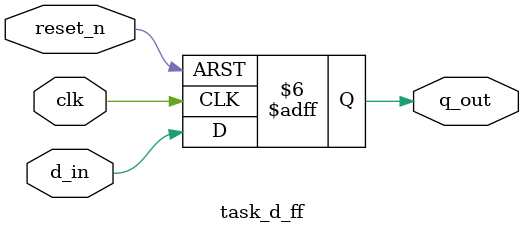
<source format=v>
`timescale 1ns / 1ps


module task_d_ff(
                input d_in,
                input clk,
                input reset_n,
                output reg q_out
                );

    task d_flip_flop;
        input d_in;
        begin
            q_out <= d_in; 
        end
    endtask

    always @(posedge clk or negedge reset_n)
    begin
        if (!reset_n)
        begin
            q_out <= 1'b0; 
        end
        else
        begin
            d_flip_flop(d_in); 
        end
    end


endmodule

</source>
